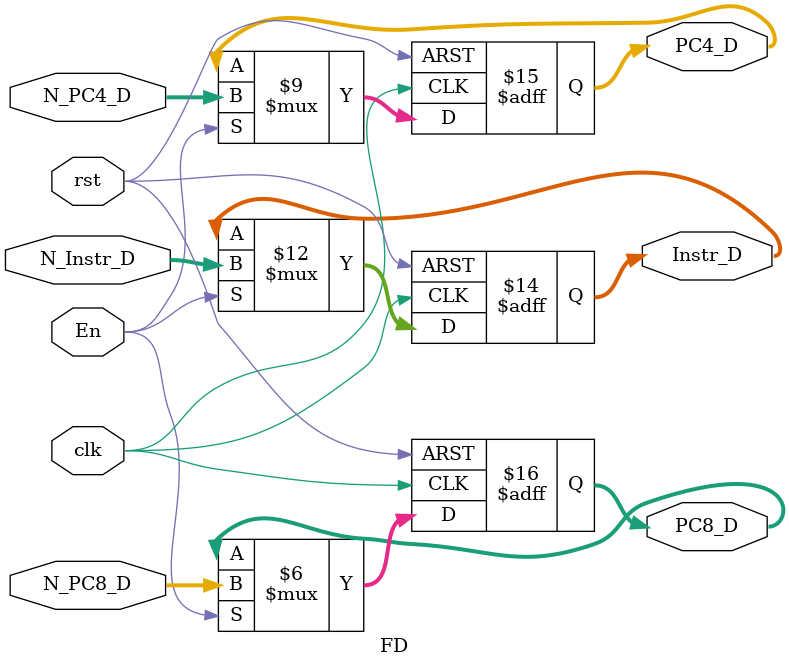
<source format=v>
module FD(
    input clk,
	input rst,
	input En,
	input [31:0] N_Instr_D,
	input [31:0] N_PC4_D,
	input [31:0] N_PC8_D,
	output reg [31:0] Instr_D = 0,
	output reg [31:0] PC4_D = 0,
	output reg [31:0] PC8_D = 0
);

always @(posedge clk,posedge rst) begin
	if (rst) begin
		Instr_D = 0;
		PC4_D = 0;
		PC8_D = 0;
	end
	else if(En)begin
		Instr_D = N_Instr_D;
		PC4_D = N_PC4_D;
		PC8_D = N_PC8_D;
	end
end

endmodule

</source>
